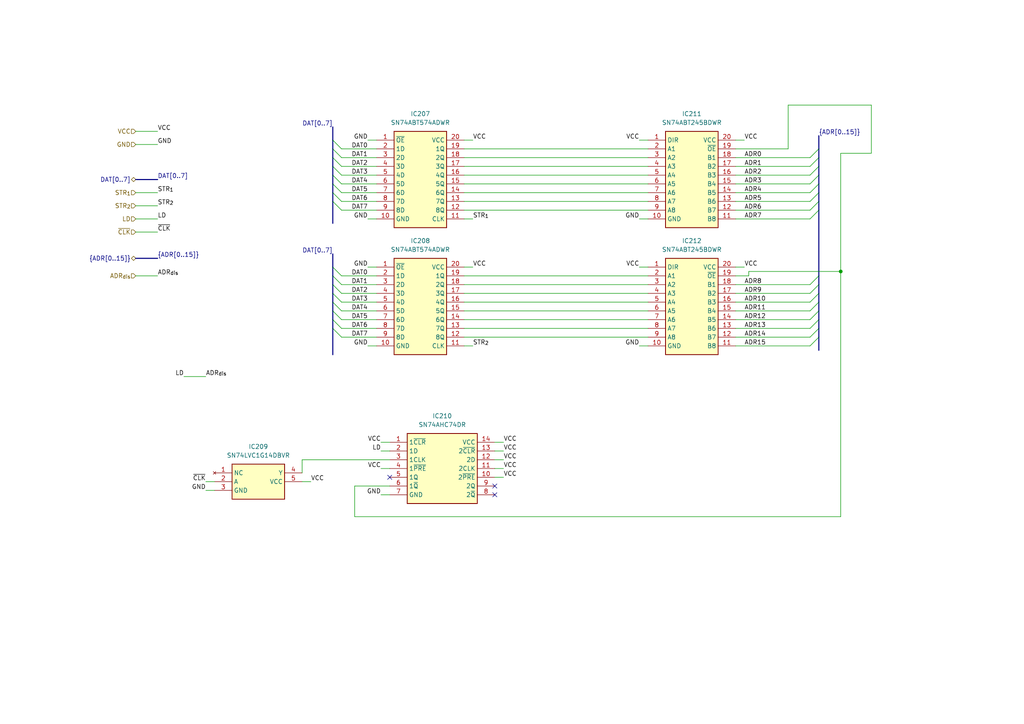
<source format=kicad_sch>
(kicad_sch (version 20250114) (generator "eeschema") (generator_version "9.0")
  (paper "A4")
  (lib_symbols
    (symbol "Samacsys:SN74ABT245BDWR"
      (property "Reference" "IC" (at 21.59 7.62 0))
      (property "Value" "SN74ABT245BDWR" (at 21.59 5.08 0))
      (symbol "SN74ABT245BDWR_1_1"
        (rectangle (start 5.08 2.54) (end 20.32 -25.4) (stroke (width 0.254)) (fill (type background)))
        (pin passive line (at 0 0 0) (length 5.08) (name "DIR") (number "1"))
        (pin passive line (at 0 -2.54 0) (length 5.08) (name "A1") (number "2"))
        (pin passive line (at 0 -5.08 0) (length 5.08) (name "A2") (number "3"))
        (pin passive line (at 0 -7.62 0) (length 5.08) (name "A3") (number "4"))
        (pin passive line (at 0 -10.16 0) (length 5.08) (name "A4") (number "5"))
        (pin passive line (at 0 -12.7 0) (length 5.08) (name "A5") (number "6"))
        (pin passive line (at 0 -15.24 0) (length 5.08) (name "A6") (number "7"))
        (pin passive line (at 0 -17.78 0) (length 5.08) (name "A7") (number "8"))
        (pin passive line (at 0 -20.32 0) (length 5.08) (name "A8") (number "9"))
        (pin passive line (at 0 -22.86 0) (length 5.08) (name "GND") (number "10"))
        (pin passive line (at 25.4 0 180) (length 5.08) (name "VCC") (number "20"))
        (pin passive line (at 25.4 -2.54 180) (length 5.08) (name "~{OE}") (number "19"))
        (pin passive line (at 25.4 -5.08 180) (length 5.08) (name "B1") (number "18"))
        (pin passive line (at 25.4 -7.62 180) (length 5.08) (name "B2") (number "17"))
        (pin passive line (at 25.4 -10.16 180) (length 5.08) (name "B3") (number "16"))
        (pin passive line (at 25.4 -12.7 180) (length 5.08) (name "B4") (number "15"))
        (pin passive line (at 25.4 -15.24 180) (length 5.08) (name "B5") (number "14"))
        (pin passive line (at 25.4 -17.78 180) (length 5.08) (name "B6") (number "13"))
        (pin passive line (at 25.4 -20.32 180) (length 5.08) (name "B7") (number "12"))
        (pin passive line (at 25.4 -22.86 180) (length 5.08) (name "B8") (number "11"))
      )
    )
    (symbol "Samacsys:SN74ABT574ADWR"
      (property "Reference" "IC" (at 21.59 7.62 0))
      (property "Value" "SN74ABT574ADWR" (at 21.59 5.08 0))
      (symbol "SN74ABT574ADWR_1_1"
        (rectangle (start 5.08 2.54) (end 20.32 -25.4) (stroke (width 0.254)) (fill (type background)))
        (pin passive line (at 0 0 0) (length 5.08) (name "~{OE}") (number "1"))
        (pin passive line (at 0 -2.54 0) (length 5.08) (name "1D") (number "2"))
        (pin passive line (at 0 -5.08 0) (length 5.08) (name "2D") (number "3"))
        (pin passive line (at 0 -7.62 0) (length 5.08) (name "3D") (number "4"))
        (pin passive line (at 0 -10.16 0) (length 5.08) (name "4D") (number "5"))
        (pin passive line (at 0 -12.7 0) (length 5.08) (name "5D") (number "6"))
        (pin passive line (at 0 -15.24 0) (length 5.08) (name "6D") (number "7"))
        (pin passive line (at 0 -17.78 0) (length 5.08) (name "7D") (number "8"))
        (pin passive line (at 0 -20.32 0) (length 5.08) (name "8D") (number "9"))
        (pin passive line (at 0 -22.86 0) (length 5.08) (name "GND") (number "10"))
        (pin passive line (at 25.4 0 180) (length 5.08) (name "VCC") (number "20"))
        (pin passive line (at 25.4 -2.54 180) (length 5.08) (name "1Q") (number "19"))
        (pin passive line (at 25.4 -5.08 180) (length 5.08) (name "2Q") (number "18"))
        (pin passive line (at 25.4 -7.62 180) (length 5.08) (name "3Q") (number "17"))
        (pin passive line (at 25.4 -10.16 180) (length 5.08) (name "4Q") (number "16"))
        (pin passive line (at 25.4 -12.7 180) (length 5.08) (name "5Q") (number "15"))
        (pin passive line (at 25.4 -15.24 180) (length 5.08) (name "6Q") (number "14"))
        (pin passive line (at 25.4 -17.78 180) (length 5.08) (name "7Q") (number "13"))
        (pin passive line (at 25.4 -20.32 180) (length 5.08) (name "8Q") (number "12"))
        (pin passive line (at 25.4 -22.86 180) (length 5.08) (name "CLK") (number "11"))
      )
    )
    (symbol "Samacsys:SN74AHC74DR"
      (property "Reference" "IC" (at 26.67 7.62 0))
      (property "Value" "SN74AHC74DR" (at 26.67 5.08 0))
      (symbol "SN74AHC74DR_1_1"
        (rectangle (start 5.08 2.54) (end 25.4 -17.78) (stroke (width 0.254)) (fill (type background)))
        (pin passive line (at 0 0 0) (length 5.08) (name "1~{CLR}") (number "1"))
        (pin passive line (at 0 -2.54 0) (length 5.08) (name "1D") (number "2"))
        (pin passive line (at 0 -5.08 0) (length 5.08) (name "1CLK") (number "3"))
        (pin passive line (at 0 -7.62 0) (length 5.08) (name "1~{PRE}") (number "4"))
        (pin passive line (at 0 -10.16 0) (length 5.08) (name "1Q") (number "5"))
        (pin passive line (at 0 -12.7 0) (length 5.08) (name "1~{Q}") (number "6"))
        (pin passive line (at 0 -15.24 0) (length 5.08) (name "GND") (number "7"))
        (pin passive line (at 30.48 0 180) (length 5.08) (name "VCC") (number "14"))
        (pin passive line (at 30.48 -2.54 180) (length 5.08) (name "2~{CLR}") (number "13"))
        (pin passive line (at 30.48 -5.08 180) (length 5.08) (name "2D") (number "12"))
        (pin passive line (at 30.48 -7.62 180) (length 5.08) (name "2CLK") (number "11"))
        (pin passive line (at 30.48 -10.16 180) (length 5.08) (name "2~{PRE}") (number "10"))
        (pin passive line (at 30.48 -12.7 180) (length 5.08) (name "2Q") (number "9"))
        (pin passive line (at 30.48 -15.24 180) (length 5.08) (name "2~{Q}") (number "8"))
      )
    )
    (symbol "Samacsys:SN74LVC1G14DBVR"
      (property "Reference" "IC" (at 21.59 7.62 0))
      (property "Value" "SN74LVC1G14DBVR" (at 21.59 5.08 0))
      (symbol "SN74LVC1G14DBVR_1_1"
        (rectangle (start 5.08 2.54) (end 20.32 -7.62) (stroke (width 0.254)) (fill (type background)))
        (pin no_connect line (at 0 0 0) (length 5.08) (name "NC") (number "1"))
        (pin passive line (at 0 -2.54 0) (length 5.08) (name "A") (number "2"))
        (pin passive line (at 0 -5.08 0) (length 5.08) (name "GND") (number "3"))
        (pin passive line (at 25.4 0 180) (length 5.08) (name "Y") (number "4"))
        (pin passive line (at 25.4 -2.54 180) (length 5.08) (name "VCC") (number "5"))
      )
    )
  )
  (junction (at 243.84 78.74))
  (no_connect (at 143.51 140.97))
  (no_connect (at 113.03 138.43))
  (no_connect (at 143.51 143.51))
  (bus_entry (at 234.95 82.55) (size 2.54 -2.54))
  (bus_entry (at 234.95 85.09) (size 2.54 -2.54))
  (bus_entry (at 234.95 48.26) (size 2.54 -2.54))
  (bus_entry (at 234.95 87.63) (size 2.54 -2.54))
  (bus_entry (at 234.95 60.96) (size 2.54 -2.54))
  (bus_entry (at 234.95 53.34) (size 2.54 -2.54))
  (bus_entry (at 96.52 58.42) (size 2.54 2.54))
  (bus_entry (at 96.52 55.88) (size 2.54 2.54))
  (bus_entry (at 234.95 97.79) (size 2.54 -2.54))
  (bus_entry (at 96.52 45.72) (size 2.54 2.54))
  (bus_entry (at 234.95 50.8) (size 2.54 -2.54))
  (bus_entry (at 96.52 90.17) (size 2.54 2.54))
  (bus_entry (at 234.95 55.88) (size 2.54 -2.54))
  (bus_entry (at 96.52 95.25) (size 2.54 2.54))
  (bus_entry (at 96.52 48.26) (size 2.54 2.54))
  (bus_entry (at 96.52 85.09) (size 2.54 2.54))
  (bus_entry (at 234.95 58.42) (size 2.54 -2.54))
  (bus_entry (at 96.52 92.71) (size 2.54 2.54))
  (bus_entry (at 234.95 95.25) (size 2.54 -2.54))
  (bus_entry (at 96.52 43.18) (size 2.54 2.54))
  (bus_entry (at 96.52 87.63) (size 2.54 2.54))
  (bus_entry (at 234.95 90.17) (size 2.54 -2.54))
  (bus_entry (at 96.52 77.47) (size 2.54 2.54))
  (bus_entry (at 96.52 50.8) (size 2.54 2.54))
  (bus_entry (at 234.95 92.71) (size 2.54 -2.54))
  (bus_entry (at 234.95 100.33) (size 2.54 -2.54))
  (bus_entry (at 234.95 63.5) (size 2.54 -2.54))
  (bus_entry (at 96.52 40.64) (size 2.54 2.54))
  (bus_entry (at 96.52 80.01) (size 2.54 2.54))
  (bus_entry (at 96.52 82.55) (size 2.54 2.54))
  (bus_entry (at 96.52 53.34) (size 2.54 2.54))
  (bus_entry (at 234.95 45.72) (size 2.54 -2.54))
  (wire (pts (xy 110.49 143.51) (xy 113.03 143.51)))
  (bus (pts (xy 96.52 36.83) (xy 96.52 40.64)))
  (wire (pts (xy 213.36 85.09) (xy 234.95 85.09)))
  (wire (pts (xy 213.36 60.96) (xy 234.95 60.96)))
  (wire (pts (xy 213.36 100.33) (xy 234.95 100.33)))
  (wire (pts (xy 213.36 92.71) (xy 234.95 92.71)))
  (wire (pts (xy 39.37 59.69) (xy 45.72 59.69)))
  (wire (pts (xy 134.62 48.26) (xy 187.96 48.26)))
  (bus (pts (xy 237.49 95.25) (xy 237.49 97.79)))
  (wire (pts (xy 39.37 55.88) (xy 45.72 55.88)))
  (wire (pts (xy 110.49 130.81) (xy 113.03 130.81)))
  (wire (pts (xy 134.62 63.5) (xy 137.16 63.5)))
  (wire (pts (xy 252.73 44.45) (xy 252.73 30.48)))
  (wire (pts (xy 99.06 87.63) (xy 109.22 87.63)))
  (wire (pts (xy 243.84 44.45) (xy 252.73 44.45)))
  (wire (pts (xy 87.63 139.7) (xy 90.17 139.7)))
  (wire (pts (xy 59.69 139.7) (xy 62.23 139.7)))
  (wire (pts (xy 99.06 95.25) (xy 109.22 95.25)))
  (wire (pts (xy 213.36 63.5) (xy 234.95 63.5)))
  (wire (pts (xy 143.51 138.43) (xy 146.05 138.43)))
  (wire (pts (xy 134.62 43.18) (xy 187.96 43.18)))
  (wire (pts (xy 39.37 80.01) (xy 45.72 80.01)))
  (bus (pts (xy 237.49 85.09) (xy 237.49 87.63)))
  (bus (pts (xy 237.49 58.42) (xy 237.49 60.96)))
  (wire (pts (xy 99.06 45.72) (xy 109.22 45.72)))
  (wire (pts (xy 134.62 95.25) (xy 187.96 95.25)))
  (wire (pts (xy 134.62 77.47) (xy 137.16 77.47)))
  (wire (pts (xy 99.06 82.55) (xy 109.22 82.55)))
  (wire (pts (xy 134.62 53.34) (xy 187.96 53.34)))
  (bus (pts (xy 96.52 77.47) (xy 96.52 80.01)))
  (wire (pts (xy 99.06 60.96) (xy 109.22 60.96)))
  (bus (pts (xy 237.49 60.96) (xy 237.49 80.01)))
  (wire (pts (xy 243.84 149.86) (xy 243.84 78.74)))
  (wire (pts (xy 243.84 78.74) (xy 243.84 44.45)))
  (wire (pts (xy 217.17 80.01) (xy 213.36 80.01)))
  (wire (pts (xy 134.62 40.64) (xy 137.16 40.64)))
  (bus (pts (xy 96.52 80.01) (xy 96.52 82.55)))
  (wire (pts (xy 99.06 55.88) (xy 109.22 55.88)))
  (bus (pts (xy 96.52 53.34) (xy 96.52 55.88)))
  (bus (pts (xy 96.52 45.72) (xy 96.52 48.26)))
  (wire (pts (xy 213.36 50.8) (xy 234.95 50.8)))
  (bus (pts (xy 96.52 87.63) (xy 96.52 90.17)))
  (wire (pts (xy 213.36 45.72) (xy 234.95 45.72)))
  (bus (pts (xy 39.37 52.07) (xy 45.72 52.07)))
  (bus (pts (xy 237.49 48.26) (xy 237.49 50.8)))
  (wire (pts (xy 213.36 55.88) (xy 234.95 55.88)))
  (wire (pts (xy 143.51 135.89) (xy 146.05 135.89)))
  (wire (pts (xy 102.87 140.97) (xy 102.87 149.86)))
  (wire (pts (xy 134.62 80.01) (xy 187.96 80.01)))
  (bus (pts (xy 237.49 97.79) (xy 237.49 101.6)))
  (wire (pts (xy 187.96 77.47) (xy 185.42 77.47)))
  (wire (pts (xy 213.36 40.64) (xy 215.9 40.64)))
  (wire (pts (xy 39.37 38.1) (xy 45.72 38.1)))
  (wire (pts (xy 213.36 90.17) (xy 234.95 90.17)))
  (wire (pts (xy 134.62 90.17) (xy 187.96 90.17)))
  (bus (pts (xy 237.49 82.55) (xy 237.49 85.09)))
  (bus (pts (xy 237.49 53.34) (xy 237.49 55.88)))
  (wire (pts (xy 185.42 100.33) (xy 187.96 100.33)))
  (wire (pts (xy 134.62 60.96) (xy 187.96 60.96)))
  (wire (pts (xy 106.68 100.33) (xy 109.22 100.33)))
  (wire (pts (xy 87.63 133.35) (xy 113.03 133.35)))
  (bus (pts (xy 96.52 82.55) (xy 96.52 85.09)))
  (wire (pts (xy 99.06 92.71) (xy 109.22 92.71)))
  (wire (pts (xy 113.03 128.27) (xy 110.49 128.27)))
  (wire (pts (xy 213.36 95.25) (xy 234.95 95.25)))
  (wire (pts (xy 228.6 43.18) (xy 213.36 43.18)))
  (bus (pts (xy 237.49 87.63) (xy 237.49 90.17)))
  (wire (pts (xy 99.06 53.34) (xy 109.22 53.34)))
  (bus (pts (xy 96.52 92.71) (xy 96.52 95.25)))
  (bus (pts (xy 237.49 92.71) (xy 237.49 95.25)))
  (bus (pts (xy 96.52 48.26) (xy 96.52 50.8)))
  (wire (pts (xy 134.62 82.55) (xy 187.96 82.55)))
  (bus (pts (xy 237.49 45.72) (xy 237.49 48.26)))
  (bus (pts (xy 96.52 40.64) (xy 96.52 43.18)))
  (wire (pts (xy 217.17 78.74) (xy 217.17 80.01)))
  (wire (pts (xy 106.68 40.64) (xy 109.22 40.64)))
  (bus (pts (xy 96.52 73.66) (xy 96.52 77.47)))
  (bus (pts (xy 39.37 74.93) (xy 45.72 74.93)))
  (wire (pts (xy 134.62 55.88) (xy 187.96 55.88)))
  (wire (pts (xy 213.36 48.26) (xy 234.95 48.26)))
  (bus (pts (xy 237.49 39.37) (xy 237.49 43.18)))
  (bus (pts (xy 96.52 58.42) (xy 96.52 64.77)))
  (wire (pts (xy 213.36 82.55) (xy 234.95 82.55)))
  (wire (pts (xy 39.37 41.91) (xy 45.72 41.91)))
  (bus (pts (xy 96.52 85.09) (xy 96.52 87.63)))
  (bus (pts (xy 96.52 95.25) (xy 96.52 102.87)))
  (wire (pts (xy 134.62 58.42) (xy 187.96 58.42)))
  (wire (pts (xy 213.36 97.79) (xy 234.95 97.79)))
  (wire (pts (xy 134.62 50.8) (xy 187.96 50.8)))
  (bus (pts (xy 96.52 50.8) (xy 96.52 53.34)))
  (wire (pts (xy 134.62 87.63) (xy 187.96 87.63)))
  (wire (pts (xy 99.06 58.42) (xy 109.22 58.42)))
  (bus (pts (xy 96.52 43.18) (xy 96.52 45.72)))
  (wire (pts (xy 213.36 87.63) (xy 234.95 87.63)))
  (wire (pts (xy 99.06 85.09) (xy 109.22 85.09)))
  (wire (pts (xy 252.73 30.48) (xy 228.6 30.48)))
  (wire (pts (xy 113.03 140.97) (xy 102.87 140.97)))
  (wire (pts (xy 187.96 40.64) (xy 185.42 40.64)))
  (wire (pts (xy 99.06 50.8) (xy 109.22 50.8)))
  (wire (pts (xy 143.51 133.35) (xy 146.05 133.35)))
  (wire (pts (xy 39.37 63.5) (xy 45.72 63.5)))
  (bus (pts (xy 96.52 55.88) (xy 96.52 58.42)))
  (wire (pts (xy 102.87 149.86) (xy 243.84 149.86)))
  (wire (pts (xy 134.62 97.79) (xy 187.96 97.79)))
  (bus (pts (xy 237.49 90.17) (xy 237.49 92.71)))
  (wire (pts (xy 213.36 58.42) (xy 234.95 58.42)))
  (wire (pts (xy 113.03 135.89) (xy 110.49 135.89)))
  (wire (pts (xy 134.62 85.09) (xy 187.96 85.09)))
  (wire (pts (xy 99.06 97.79) (xy 109.22 97.79)))
  (wire (pts (xy 134.62 92.71) (xy 187.96 92.71)))
  (wire (pts (xy 99.06 43.18) (xy 109.22 43.18)))
  (wire (pts (xy 213.36 53.34) (xy 234.95 53.34)))
  (wire (pts (xy 106.68 63.5) (xy 109.22 63.5)))
  (wire (pts (xy 99.06 48.26) (xy 109.22 48.26)))
  (wire (pts (xy 99.06 80.01) (xy 109.22 80.01)))
  (wire (pts (xy 213.36 77.47) (xy 215.9 77.47)))
  (bus (pts (xy 237.49 55.88) (xy 237.49 58.42)))
  (wire (pts (xy 243.84 78.74) (xy 217.17 78.74)))
  (wire (pts (xy 134.62 100.33) (xy 137.16 100.33)))
  (wire (pts (xy 106.68 77.47) (xy 109.22 77.47)))
  (bus (pts (xy 237.49 50.8) (xy 237.49 53.34)))
  (wire (pts (xy 143.51 128.27) (xy 146.05 128.27)))
  (wire (pts (xy 185.42 63.5) (xy 187.96 63.5)))
  (wire (pts (xy 134.62 45.72) (xy 187.96 45.72)))
  (wire (pts (xy 53.34 109.22) (xy 59.69 109.22)))
  (wire (pts (xy 99.06 90.17) (xy 109.22 90.17)))
  (wire (pts (xy 87.63 137.16) (xy 87.63 133.35)))
  (wire (pts (xy 143.51 130.81) (xy 146.05 130.81)))
  (bus (pts (xy 237.49 43.18) (xy 237.49 45.72)))
  (wire (pts (xy 59.69 142.24) (xy 62.23 142.24)))
  (bus (pts (xy 237.49 80.01) (xy 237.49 82.55)))
  (wire (pts (xy 39.37 67.31) (xy 45.72 67.31)))
  (wire (pts (xy 228.6 30.48) (xy 228.6 43.18)))
  (bus (pts (xy 96.52 90.17) (xy 96.52 92.71)))
  (label "STR_{2}" (at 137.16 100.33 0))
  (label "GND" (at 106.68 77.47 180))
  (label "DAT5" (at 106.68 55.88 180))
  (label "DAT2" (at 106.68 85.09 180))
  (label "VCC" (at 110.49 128.27 180))
  (label "DAT1" (at 106.68 45.72 180))
  (label "ADR9" (at 215.9 85.09 0))
  (label "~{CLK}" (at 59.69 139.7 180))
  (label "VCC" (at 146.05 133.35 0))
  (label "GND" (at 185.42 100.33 180))
  (label "VCC" (at 215.9 77.47 0))
  (label "DAT2" (at 106.68 48.26 180))
  (label "VCC" (at 146.05 130.81 0))
  (label "STR_{2}" (at 45.72 59.69 0))
  (label "DAT7" (at 106.68 97.79 180))
  (label "LD" (at 45.72 63.5 0))
  (label "DAT4" (at 106.68 90.17 180))
  (label "DAT3" (at 106.68 87.63 180))
  (label "GND" (at 110.49 143.51 180))
  (label "ADR4" (at 215.9 55.88 0))
  (label "ADR0" (at 215.9 45.72 0))
  (label "VCC" (at 137.16 77.47 0))
  (label "ADR7" (at 215.9 63.5 0))
  (label "ADR14" (at 215.9 97.79 0))
  (label "VCC" (at 185.42 40.64 180))
  (label "ADR13" (at 215.9 95.25 0))
  (label "VCC" (at 146.05 138.43 0))
  (label "VCC" (at 146.05 135.89 0))
  (label "DAT4" (at 106.68 53.34 180))
  (label "LD" (at 53.34 109.22 180))
  (label "VCC" (at 185.42 77.47 180))
  (label "VCC" (at 45.72 38.1 0))
  (label "DAT0" (at 106.68 80.01 180))
  (label "DAT[0..7]" (at 45.72 52.07 0))
  (label "LD" (at 110.49 130.81 180))
  (label "ADR15" (at 215.9 100.33 0))
  (label "ADR8" (at 215.9 82.55 0))
  (label "GND" (at 185.42 63.5 180))
  (label "DAT6" (at 106.68 95.25 180))
  (label "DAT1" (at 106.68 82.55 180))
  (label "STR_{1}" (at 45.72 55.88 0))
  (label "DAT6" (at 106.68 58.42 180))
  (label "ADR2" (at 215.9 50.8 0))
  (label "ADR5" (at 215.9 58.42 0))
  (label "ADR12" (at 215.9 92.71 0))
  (label "ADR11" (at 215.9 90.17 0))
  (label "GND" (at 106.68 100.33 180))
  (label "DAT0" (at 106.68 43.18 180))
  (label "DAT[0..7]" (at 96.52 36.83 180))
  (label "STR_{1}" (at 137.16 63.5 0))
  (label "ADR10" (at 215.9 87.63 0))
  (label "GND" (at 59.69 142.24 180))
  (label "VCC" (at 146.05 128.27 0))
  (label "~{CLK}" (at 45.72 67.31 0))
  (label "ADR_{dis}" (at 59.69 109.22 0))
  (label "ADR_{dis}" (at 45.72 80.01 0))
  (label "GND" (at 45.72 41.91 0))
  (label "VCC" (at 110.49 135.89 180))
  (label "VCC" (at 215.9 40.64 0))
  (label "{ADR[0..15]}" (at 237.49 39.37 0))
  (label "VCC" (at 137.16 40.64 0))
  (label "ADR6" (at 215.9 60.96 0))
  (label "GND" (at 106.68 40.64 180))
  (label "GND" (at 106.68 63.5 180))
  (label "DAT5" (at 106.68 92.71 180))
  (label "DAT[0..7]" (at 96.52 73.66 180))
  (label "VCC" (at 90.17 139.7 0))
  (label "DAT3" (at 106.68 50.8 180))
  (label "ADR1" (at 215.9 48.26 0))
  (label "DAT7" (at 106.68 60.96 180))
  (label "{ADR[0..15]}" (at 45.72 74.93 0))
  (label "ADR3" (at 215.9 53.34 0))
  (hierarchical_label "VCC" (shape input) (at 39.37 38.1 180))
  (hierarchical_label "LD" (shape input) (at 39.37 63.5 180))
  (hierarchical_label "DAT[0..7]" (shape tri_state) (at 39.37 52.07 180))
  (hierarchical_label "GND" (shape input) (at 39.37 41.91 180))
  (hierarchical_label "{ADR[0..15]}" (shape tri_state) (at 39.37 74.93 180))
  (hierarchical_label "ADR_{dis}" (shape input) (at 39.37 80.01 180))
  (hierarchical_label "~{CLK}" (shape input) (at 39.37 67.31 180))
  (hierarchical_label "STR_{1}" (shape input) (at 39.37 55.88 180))
  (hierarchical_label "STR_{2}" (shape input) (at 39.37 59.69 180))
  (symbol (lib_id "Samacsys:SN74ABT574ADWR") (at 109.22 77.47 0) (unit 1)
    (property "Reference" "IC208" (at 121.92 69.85 0))
    (property "Value" "SN74ABT574ADWR" (at 121.92 72.39 0))
    (property "Footprint" "Samacsys:SOIC127P1030X265-20N" (effects (hide yes)))
    (property "Datasheet" "http://www.ti.com/lit/gpn/sn74abt574a" (effects (hide yes)))
    (property "Description" "Texas Instruments SN74ABT574ADWR, D Type Bus Interface Flip Flop, 3-State, 4.5  5.5 V, 20-Pin SOIC" (effects (hide yes)))
    (property "Height" "2.65" (effects (hide yes)))
    (property "Mouser Part Number" "595-SN74ABT574ADWR" (effects (hide yes)))
    (property "Mouser Price/Stock" "https://www.mouser.co.uk/ProductDetail/Texas-Instruments/SN74ABT574ADWR?qs=nMmhAzRCgdCWNOUsuPi1DA%3D%3D" (effects (hide yes)))
    (property "Manufacturer_Name" "Texas Instruments" (effects (hide yes)))
    (property "Manufacturer_Part_Number" "SN74ABT574ADWR" (effects (hide yes)))
  )
  (symbol (lib_id "Samacsys:SN74AHC74DR") (at 113.03 128.27 0) (unit 1)
    (property "Reference" "IC210" (at 128.27 120.65 0))
    (property "Value" "SN74AHC74DR" (at 128.27 123.19 0))
    (property "Footprint" "Samacsys:SOIC127P600X175-14N" (effects (hide yes)))
    (property "Datasheet" "http://www.ti.com/lit/gpn/sn74ahc74" (effects (hide yes)))
    (property "Description" "Dual Positive-Edge-Triggered D-Type Flip-Flops With Clear and Preset" (effects (hide yes)))
    (property "Height" "1.75" (effects (hide yes)))
    (property "Mouser Part Number" "595-SN74AHC74DR" (effects (hide yes)))
    (property "Mouser Price/Stock" "https://www.mouser.co.uk/ProductDetail/Texas-Instruments/SN74AHC74DR?qs=st7IWvlL5%2FgP9OJq63EsFQ%3D%3D" (effects (hide yes)))
    (property "Manufacturer_Name" "Texas Instruments" (effects (hide yes)))
    (property "Manufacturer_Part_Number" "SN74AHC74DR" (effects (hide yes)))
  )
  (symbol (lib_id "Samacsys:SN74ABT245BDWR") (at 187.96 77.47 0) (unit 1)
    (property "Reference" "IC212" (at 200.66 69.85 0))
    (property "Value" "SN74ABT245BDWR" (at 200.66 72.39 0))
    (property "Footprint" "Samacsys:SOIC127P1030X265-20N" (effects (hide yes)))
    (property "Datasheet" "http://www.ti.com/lit/gpn/sn74abt245b" (effects (hide yes)))
    (property "Description" "Texas Instruments SN74ABT245BDWR, Bus Transceiver, 8-Bit Non-Inverting TTL, 5V, 20-Pin SOIC" (effects (hide yes)))
    (property "Height" "2.65" (effects (hide yes)))
    (property "Mouser Part Number" "595-SN74ABT245BDWR" (effects (hide yes)))
    (property "Mouser Price/Stock" "https://www.mouser.co.uk/ProductDetail/Texas-Instruments/SN74ABT245BDWR?qs=afYny40WCj1jrBby8G5Ixw%3D%3D" (effects (hide yes)))
    (property "Manufacturer_Name" "Texas Instruments" (effects (hide yes)))
    (property "Manufacturer_Part_Number" "SN74ABT245BDWR" (effects (hide yes)))
  )
  (symbol (lib_id "Samacsys:SN74ABT245BDWR") (at 187.96 40.64 0) (unit 1)
    (property "Reference" "IC211" (at 200.66 33.02 0))
    (property "Value" "SN74ABT245BDWR" (at 200.66 35.56 0))
    (property "Footprint" "Samacsys:SOIC127P1030X265-20N" (effects (hide yes)))
    (property "Datasheet" "http://www.ti.com/lit/gpn/sn74abt245b" (effects (hide yes)))
    (property "Description" "Texas Instruments SN74ABT245BDWR, Bus Transceiver, 8-Bit Non-Inverting TTL, 5V, 20-Pin SOIC" (effects (hide yes)))
    (property "Height" "2.65" (effects (hide yes)))
    (property "Mouser Part Number" "595-SN74ABT245BDWR" (effects (hide yes)))
    (property "Mouser Price/Stock" "https://www.mouser.co.uk/ProductDetail/Texas-Instruments/SN74ABT245BDWR?qs=afYny40WCj1jrBby8G5Ixw%3D%3D" (effects (hide yes)))
    (property "Manufacturer_Name" "Texas Instruments" (effects (hide yes)))
    (property "Manufacturer_Part_Number" "SN74ABT245BDWR" (effects (hide yes)))
  )
  (symbol (lib_id "Samacsys:SN74LVC1G14DBVR") (at 62.23 137.16 0) (unit 1)
    (property "Reference" "IC209" (at 74.93 129.54 0))
    (property "Value" "SN74LVC1G14DBVR" (at 74.93 132.08 0))
    (property "Footprint" "Samacsys:SOT95P280X145-5N" (effects (hide yes)))
    (property "Datasheet" "https://datasheet.datasheetarchive.com/originals/distributors/Datasheets-DGA13/1136296.pdf" (effects (hide yes)))
    (property "Description" "TEXAS INSTRUMENTS - SN74LVC1G14DBVR - IC, SCHMITT TRIGGER INVERTER, SMD" (effects (hide yes)))
    (property "Height" "1.45" (effects (hide yes)))
    (property "Mouser Part Number" "595-SN74LVC1G14DBVR" (effects (hide yes)))
    (property "Mouser Price/Stock" "https://www.mouser.co.uk/ProductDetail/Texas-Instruments/SN74LVC1G14DBVR?qs=dT9u2OTAaVWRIgCrQFnxuQ%3D%3D" (effects (hide yes)))
    (property "Manufacturer_Name" "Texas Instruments" (effects (hide yes)))
    (property "Manufacturer_Part_Number" "SN74LVC1G14DBVR" (effects (hide yes)))
  )
  (symbol (lib_id "Samacsys:SN74ABT574ADWR") (at 109.22 40.64 0) (unit 1)
    (property "Reference" "IC207" (at 121.92 33.02 0))
    (property "Value" "SN74ABT574ADWR" (at 121.92 35.56 0))
    (property "Footprint" "Samacsys:SOIC127P1030X265-20N" (effects (hide yes)))
    (property "Datasheet" "http://www.ti.com/lit/gpn/sn74abt574a" (effects (hide yes)))
    (property "Description" "Texas Instruments SN74ABT574ADWR, D Type Bus Interface Flip Flop, 3-State, 4.5  5.5 V, 20-Pin SOIC" (effects (hide yes)))
    (property "Height" "2.65" (effects (hide yes)))
    (property "Mouser Part Number" "595-SN74ABT574ADWR" (effects (hide yes)))
    (property "Mouser Price/Stock" "https://www.mouser.co.uk/ProductDetail/Texas-Instruments/SN74ABT574ADWR?qs=nMmhAzRCgdCWNOUsuPi1DA%3D%3D" (effects (hide yes)))
    (property "Manufacturer_Name" "Texas Instruments" (effects (hide yes)))
    (property "Manufacturer_Part_Number" "SN74ABT574ADWR" (effects (hide yes)))
  )
)
</source>
